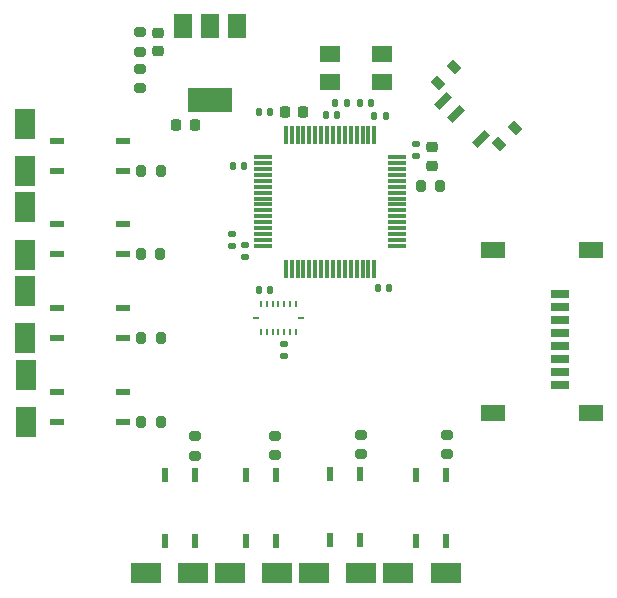
<source format=gtp>
G04 #@! TF.GenerationSoftware,KiCad,Pcbnew,(6.0.7)*
G04 #@! TF.CreationDate,2023-06-27T13:09:13-07:00*
G04 #@! TF.ProjectId,OBC-Attempt-5_Matcha_2_Layer_3,4f42432d-4174-4746-956d-70742d355f4d,rev?*
G04 #@! TF.SameCoordinates,Original*
G04 #@! TF.FileFunction,Paste,Top*
G04 #@! TF.FilePolarity,Positive*
%FSLAX46Y46*%
G04 Gerber Fmt 4.6, Leading zero omitted, Abs format (unit mm)*
G04 Created by KiCad (PCBNEW (6.0.7)) date 2023-06-27 13:09:13*
%MOMM*%
%LPD*%
G01*
G04 APERTURE LIST*
G04 Aperture macros list*
%AMRoundRect*
0 Rectangle with rounded corners*
0 $1 Rounding radius*
0 $2 $3 $4 $5 $6 $7 $8 $9 X,Y pos of 4 corners*
0 Add a 4 corners polygon primitive as box body*
4,1,4,$2,$3,$4,$5,$6,$7,$8,$9,$2,$3,0*
0 Add four circle primitives for the rounded corners*
1,1,$1+$1,$2,$3*
1,1,$1+$1,$4,$5*
1,1,$1+$1,$6,$7*
1,1,$1+$1,$8,$9*
0 Add four rect primitives between the rounded corners*
20,1,$1+$1,$2,$3,$4,$5,0*
20,1,$1+$1,$4,$5,$6,$7,0*
20,1,$1+$1,$6,$7,$8,$9,0*
20,1,$1+$1,$8,$9,$2,$3,0*%
%AMRotRect*
0 Rectangle, with rotation*
0 The origin of the aperture is its center*
0 $1 length*
0 $2 width*
0 $3 Rotation angle, in degrees counterclockwise*
0 Add horizontal line*
21,1,$1,$2,0,0,$3*%
G04 Aperture macros list end*
%ADD10RoundRect,0.200000X0.275000X-0.200000X0.275000X0.200000X-0.275000X0.200000X-0.275000X-0.200000X0*%
%ADD11RoundRect,0.200000X-0.200000X-0.275000X0.200000X-0.275000X0.200000X0.275000X-0.200000X0.275000X0*%
%ADD12R,1.800000X2.500000*%
%ADD13RoundRect,0.140000X0.140000X0.170000X-0.140000X0.170000X-0.140000X-0.170000X0.140000X-0.170000X0*%
%ADD14RoundRect,0.140000X-0.170000X0.140000X-0.170000X-0.140000X0.170000X-0.140000X0.170000X0.140000X0*%
%ADD15R,0.254000X0.482600*%
%ADD16R,0.482600X0.254000*%
%ADD17R,1.300000X0.600000*%
%ADD18R,0.600000X1.300000*%
%ADD19R,1.500000X2.000000*%
%ADD20R,3.800000X2.000000*%
%ADD21RoundRect,0.140000X-0.140000X-0.170000X0.140000X-0.170000X0.140000X0.170000X-0.140000X0.170000X0*%
%ADD22RoundRect,0.225000X0.225000X0.250000X-0.225000X0.250000X-0.225000X-0.250000X0.225000X-0.250000X0*%
%ADD23RotRect,0.700000X1.500000X135.000000*%
%ADD24RotRect,1.000000X0.800000X135.000000*%
%ADD25RoundRect,0.225000X-0.250000X0.225000X-0.250000X-0.225000X0.250000X-0.225000X0.250000X0.225000X0*%
%ADD26RoundRect,0.200000X-0.275000X0.200000X-0.275000X-0.200000X0.275000X-0.200000X0.275000X0.200000X0*%
%ADD27R,2.500000X1.800000*%
%ADD28RoundRect,0.140000X0.170000X-0.140000X0.170000X0.140000X-0.170000X0.140000X-0.170000X-0.140000X0*%
%ADD29R,1.500000X0.800000*%
%ADD30R,2.000000X1.450000*%
%ADD31RoundRect,0.075000X-0.075000X0.700000X-0.075000X-0.700000X0.075000X-0.700000X0.075000X0.700000X0*%
%ADD32RoundRect,0.075000X-0.700000X0.075000X-0.700000X-0.075000X0.700000X-0.075000X0.700000X0.075000X0*%
%ADD33R,1.800000X1.400000*%
%ADD34RoundRect,0.225000X0.250000X-0.225000X0.250000X0.225000X-0.250000X0.225000X-0.250000X-0.225000X0*%
G04 APERTURE END LIST*
D10*
X53710000Y-65596600D03*
X53710000Y-63946600D03*
D11*
X42295000Y-48570000D03*
X43945000Y-48570000D03*
D12*
X32540000Y-48610000D03*
X32540000Y-44610000D03*
D13*
X58950000Y-36830000D03*
X57990000Y-36830000D03*
D14*
X50050000Y-46890000D03*
X50050000Y-47850000D03*
D12*
X32550000Y-55710000D03*
X32550000Y-51710000D03*
D15*
X55475000Y-55130700D03*
X54975001Y-55130700D03*
X54474999Y-55130700D03*
X53975000Y-55130700D03*
X53475001Y-55130700D03*
X52974999Y-55130700D03*
X52475000Y-55130700D03*
D16*
X52063700Y-53975000D03*
D15*
X52475000Y-52819300D03*
X52974999Y-52819300D03*
X53475001Y-52819300D03*
X53975000Y-52819300D03*
X54474999Y-52819300D03*
X54975001Y-52819300D03*
X55475000Y-52819300D03*
D16*
X55886300Y-53975000D03*
D17*
X40780000Y-41510000D03*
X40780000Y-38970000D03*
X35180000Y-38970000D03*
X35180000Y-41510000D03*
D13*
X53260000Y-51580000D03*
X52300000Y-51580000D03*
D18*
X60900000Y-67150000D03*
X58360000Y-67150000D03*
X58360000Y-72750000D03*
X60900000Y-72750000D03*
D19*
X50500000Y-29240000D03*
X48200000Y-29240000D03*
D20*
X48200000Y-35540000D03*
D19*
X45900000Y-29240000D03*
D11*
X42375000Y-62820000D03*
X44025000Y-62820000D03*
D18*
X46910000Y-67290000D03*
X44370000Y-67290000D03*
X44370000Y-72890000D03*
X46910000Y-72890000D03*
D21*
X62380000Y-51400000D03*
X63340000Y-51400000D03*
D10*
X68220000Y-65535000D03*
X68220000Y-63885000D03*
D22*
X46865000Y-37630000D03*
X45315000Y-37630000D03*
D18*
X68130000Y-67250000D03*
X65590000Y-67250000D03*
X65590000Y-72850000D03*
X68130000Y-72850000D03*
D17*
X40780000Y-48570000D03*
X40780000Y-46030000D03*
X35180000Y-46030000D03*
X35180000Y-48570000D03*
D10*
X46910400Y-65636599D03*
X46910400Y-63986599D03*
D14*
X54470000Y-56210000D03*
X54470000Y-57170000D03*
D13*
X51060000Y-41150000D03*
X50100000Y-41150000D03*
D23*
X71113553Y-38818427D03*
X68992233Y-36697107D03*
X67931573Y-35636447D03*
D24*
X72658582Y-39253298D03*
X74023298Y-37888582D03*
X68861418Y-32726702D03*
X67496702Y-34091418D03*
D25*
X43800000Y-29825000D03*
X43800000Y-31375000D03*
D21*
X62090000Y-36850000D03*
X63050000Y-36850000D03*
D10*
X60940400Y-65501600D03*
X60940400Y-63851600D03*
D17*
X40850000Y-55700000D03*
X40850000Y-53160000D03*
X35250000Y-53160000D03*
X35250000Y-55700000D03*
D26*
X42210000Y-29775000D03*
X42210000Y-31425000D03*
D12*
X32560000Y-62800000D03*
X32560000Y-58800000D03*
D22*
X56075000Y-36560000D03*
X54525000Y-36560000D03*
D27*
X60940000Y-75550000D03*
X56940000Y-75550000D03*
D13*
X59760000Y-35760000D03*
X58800000Y-35760000D03*
D11*
X42365000Y-55690000D03*
X44015000Y-55690000D03*
D13*
X53270000Y-36550000D03*
X52310000Y-36550000D03*
D27*
X53850000Y-75580000D03*
X49850000Y-75580000D03*
D11*
X42375000Y-41510000D03*
X44025000Y-41510000D03*
D27*
X46730000Y-75580000D03*
X42730000Y-75580000D03*
D11*
X66005000Y-42770000D03*
X67655000Y-42770000D03*
D28*
X65590000Y-40250000D03*
X65590000Y-39290000D03*
D29*
X77800000Y-51920000D03*
X77800000Y-53020000D03*
X77800000Y-54120000D03*
X77800000Y-55220000D03*
X77800000Y-56320000D03*
X77800000Y-57420000D03*
X77800000Y-58520000D03*
X77800000Y-59620000D03*
D30*
X80400000Y-61995000D03*
X80400000Y-48245000D03*
X72100000Y-61995000D03*
X72100000Y-48245000D03*
D27*
X68120000Y-75550000D03*
X64120000Y-75550000D03*
D31*
X62090000Y-38445000D03*
X61590000Y-38445000D03*
X61090000Y-38445000D03*
X60590000Y-38445000D03*
X60090000Y-38445000D03*
X59590000Y-38445000D03*
X59090000Y-38445000D03*
X58590000Y-38445000D03*
X58090000Y-38445000D03*
X57590000Y-38445000D03*
X57090000Y-38445000D03*
X56590000Y-38445000D03*
X56090000Y-38445000D03*
X55590000Y-38445000D03*
X55090000Y-38445000D03*
X54590000Y-38445000D03*
D32*
X52665000Y-40370000D03*
X52665000Y-40870000D03*
X52665000Y-41370000D03*
X52665000Y-41870000D03*
X52665000Y-42370000D03*
X52665000Y-42870000D03*
X52665000Y-43370000D03*
X52665000Y-43870000D03*
X52665000Y-44370000D03*
X52665000Y-44870000D03*
X52665000Y-45370000D03*
X52665000Y-45870000D03*
X52665000Y-46370000D03*
X52665000Y-46870000D03*
X52665000Y-47370000D03*
X52665000Y-47870000D03*
D31*
X54590000Y-49795000D03*
X55090000Y-49795000D03*
X55590000Y-49795000D03*
X56090000Y-49795000D03*
X56590000Y-49795000D03*
X57090000Y-49795000D03*
X57590000Y-49795000D03*
X58090000Y-49795000D03*
X58590000Y-49795000D03*
X59090000Y-49795000D03*
X59590000Y-49795000D03*
X60090000Y-49795000D03*
X60590000Y-49795000D03*
X61090000Y-49795000D03*
X61590000Y-49795000D03*
X62090000Y-49795000D03*
D32*
X64015000Y-47870000D03*
X64015000Y-47370000D03*
X64015000Y-46870000D03*
X64015000Y-46370000D03*
X64015000Y-45870000D03*
X64015000Y-45370000D03*
X64015000Y-44870000D03*
X64015000Y-44370000D03*
X64015000Y-43870000D03*
X64015000Y-43370000D03*
X64015000Y-42870000D03*
X64015000Y-42370000D03*
X64015000Y-41870000D03*
X64015000Y-41370000D03*
X64015000Y-40870000D03*
X64015000Y-40370000D03*
D14*
X51110000Y-47840000D03*
X51110000Y-48800000D03*
D33*
X62770000Y-31620000D03*
X58370000Y-31620000D03*
X58370000Y-34020000D03*
X62770000Y-34020000D03*
D34*
X66970000Y-41085000D03*
X66970000Y-39535000D03*
D17*
X40810000Y-62810000D03*
X40810000Y-60270000D03*
X35210000Y-60270000D03*
X35210000Y-62810000D03*
D18*
X53760000Y-67300000D03*
X51220000Y-67300000D03*
X51220000Y-72900000D03*
X53760000Y-72900000D03*
D21*
X60847605Y-35768426D03*
X61807605Y-35768426D03*
D26*
X42220000Y-32895000D03*
X42220000Y-34545000D03*
D12*
X32540000Y-41520000D03*
X32540000Y-37520000D03*
M02*

</source>
